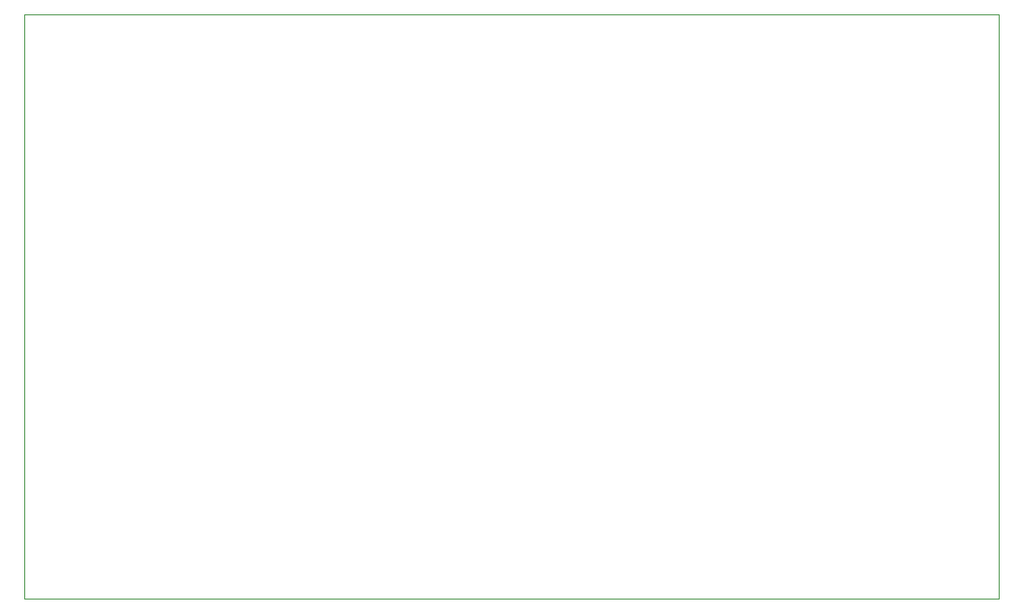
<source format=gbr>
G04*
G04 #@! TF.GenerationSoftware,Altium Limited,Altium Designer,25.4.2 (15)*
G04*
G04 Layer_Color=0*
%FSLAX44Y44*%
%MOMM*%
G71*
G04*
G04 #@! TF.SameCoordinates,D781D73C-FE54-440B-B5B4-6B714C508266*
G04*
G04*
G04 #@! TF.FilePolarity,Positive*
G04*
G01*
G75*
%ADD54C,0.0254*%
D54*
X1521968Y284226D02*
Y834226D01*
X2439548D01*
Y284226D01*
X1521968D01*
M02*

</source>
